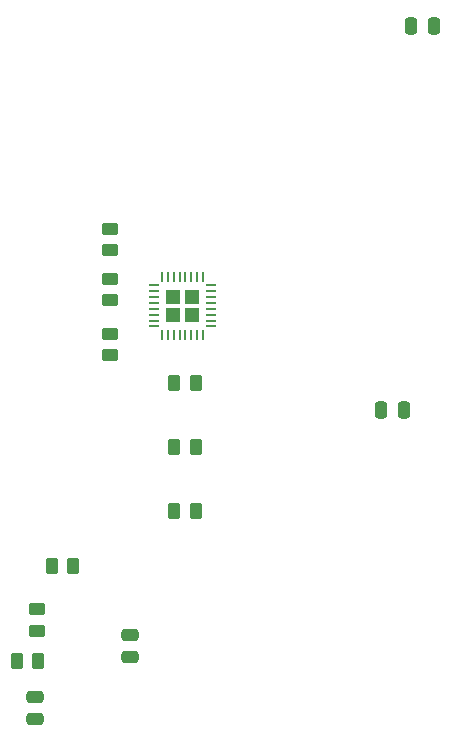
<source format=gbr>
%TF.GenerationSoftware,KiCad,Pcbnew,9.0.5*%
%TF.CreationDate,2025-10-05T20:42:35-05:00*%
%TF.ProjectId,ATO-Encoder-PCB,41544f2d-456e-4636-9f64-65722d504342,rev?*%
%TF.SameCoordinates,Original*%
%TF.FileFunction,Paste,Bot*%
%TF.FilePolarity,Positive*%
%FSLAX46Y46*%
G04 Gerber Fmt 4.6, Leading zero omitted, Abs format (unit mm)*
G04 Created by KiCad (PCBNEW 9.0.5) date 2025-10-05 20:42:35*
%MOMM*%
%LPD*%
G01*
G04 APERTURE LIST*
G04 Aperture macros list*
%AMRoundRect*
0 Rectangle with rounded corners*
0 $1 Rounding radius*
0 $2 $3 $4 $5 $6 $7 $8 $9 X,Y pos of 4 corners*
0 Add a 4 corners polygon primitive as box body*
4,1,4,$2,$3,$4,$5,$6,$7,$8,$9,$2,$3,0*
0 Add four circle primitives for the rounded corners*
1,1,$1+$1,$2,$3*
1,1,$1+$1,$4,$5*
1,1,$1+$1,$6,$7*
1,1,$1+$1,$8,$9*
0 Add four rect primitives between the rounded corners*
20,1,$1+$1,$2,$3,$4,$5,0*
20,1,$1+$1,$4,$5,$6,$7,0*
20,1,$1+$1,$6,$7,$8,$9,0*
20,1,$1+$1,$8,$9,$2,$3,0*%
%AMFreePoly0*
4,1,14,0.106694,0.394194,0.125000,0.350000,0.125000,-0.350000,0.106694,-0.394194,0.062500,-0.412500,-0.062500,-0.412500,-0.106694,-0.394194,-0.125000,-0.350000,-0.125000,0.296612,-0.106694,0.340806,-0.053306,0.394194,-0.009112,0.412500,0.062500,0.412500,0.106694,0.394194,0.106694,0.394194,$1*%
%AMFreePoly1*
4,1,14,0.053306,0.394194,0.106694,0.340806,0.125000,0.296612,0.125000,-0.350000,0.106694,-0.394194,0.062500,-0.412500,-0.062500,-0.412500,-0.106694,-0.394194,-0.125000,-0.350000,-0.125000,0.350000,-0.106694,0.394194,-0.062500,0.412500,0.009112,0.412500,0.053306,0.394194,0.053306,0.394194,$1*%
%AMFreePoly2*
4,1,14,0.394194,0.106694,0.412500,0.062500,0.412500,-0.062500,0.394194,-0.106694,0.350000,-0.125000,-0.296612,-0.125000,-0.340806,-0.106694,-0.394194,-0.053306,-0.412500,-0.009112,-0.412500,0.062500,-0.394194,0.106694,-0.350000,0.125000,0.350000,0.125000,0.394194,0.106694,0.394194,0.106694,$1*%
%AMFreePoly3*
4,1,14,0.394194,0.106694,0.412500,0.062500,0.412500,-0.062500,0.394194,-0.106694,0.350000,-0.125000,-0.350000,-0.125000,-0.394194,-0.106694,-0.412500,-0.062500,-0.412500,0.009112,-0.394194,0.053306,-0.340806,0.106694,-0.296612,0.125000,0.350000,0.125000,0.394194,0.106694,0.394194,0.106694,$1*%
%AMFreePoly4*
4,1,14,0.106694,0.394194,0.125000,0.350000,0.125000,-0.296612,0.106694,-0.340806,0.053306,-0.394194,0.009112,-0.412500,-0.062500,-0.412500,-0.106694,-0.394194,-0.125000,-0.350000,-0.125000,0.350000,-0.106694,0.394194,-0.062500,0.412500,0.062500,0.412500,0.106694,0.394194,0.106694,0.394194,$1*%
%AMFreePoly5*
4,1,14,0.106694,0.394194,0.125000,0.350000,0.125000,-0.350000,0.106694,-0.394194,0.062500,-0.412500,-0.009112,-0.412500,-0.053306,-0.394194,-0.106694,-0.340806,-0.125000,-0.296612,-0.125000,0.350000,-0.106694,0.394194,-0.062500,0.412500,0.062500,0.412500,0.106694,0.394194,0.106694,0.394194,$1*%
%AMFreePoly6*
4,1,14,0.340806,0.106694,0.394194,0.053306,0.412500,0.009112,0.412500,-0.062500,0.394194,-0.106694,0.350000,-0.125000,-0.350000,-0.125000,-0.394194,-0.106694,-0.412500,-0.062500,-0.412500,0.062500,-0.394194,0.106694,-0.350000,0.125000,0.296612,0.125000,0.340806,0.106694,0.340806,0.106694,$1*%
%AMFreePoly7*
4,1,14,0.394194,0.106694,0.412500,0.062500,0.412500,-0.009112,0.394194,-0.053306,0.340806,-0.106694,0.296612,-0.125000,-0.350000,-0.125000,-0.394194,-0.106694,-0.412500,-0.062500,-0.412500,0.062500,-0.394194,0.106694,-0.350000,0.125000,0.350000,0.125000,0.394194,0.106694,0.394194,0.106694,$1*%
G04 Aperture macros list end*
%ADD10RoundRect,0.250000X0.250000X0.475000X-0.250000X0.475000X-0.250000X-0.475000X0.250000X-0.475000X0*%
%ADD11RoundRect,0.250000X-0.250000X-0.475000X0.250000X-0.475000X0.250000X0.475000X-0.250000X0.475000X0*%
%ADD12RoundRect,0.250000X0.262500X0.450000X-0.262500X0.450000X-0.262500X-0.450000X0.262500X-0.450000X0*%
%ADD13FreePoly0,270.000000*%
%ADD14RoundRect,0.062500X-0.350000X0.062500X-0.350000X-0.062500X0.350000X-0.062500X0.350000X0.062500X0*%
%ADD15FreePoly1,270.000000*%
%ADD16FreePoly2,270.000000*%
%ADD17RoundRect,0.062500X-0.062500X0.350000X-0.062500X-0.350000X0.062500X-0.350000X0.062500X0.350000X0*%
%ADD18FreePoly3,270.000000*%
%ADD19FreePoly4,270.000000*%
%ADD20FreePoly5,270.000000*%
%ADD21FreePoly6,270.000000*%
%ADD22FreePoly7,270.000000*%
%ADD23RoundRect,0.250000X-0.375000X0.375000X-0.375000X-0.375000X0.375000X-0.375000X0.375000X0.375000X0*%
%ADD24RoundRect,0.250000X0.475000X-0.250000X0.475000X0.250000X-0.475000X0.250000X-0.475000X-0.250000X0*%
%ADD25RoundRect,0.250000X-0.475000X0.250000X-0.475000X-0.250000X0.475000X-0.250000X0.475000X0.250000X0*%
%ADD26RoundRect,0.250000X0.450000X-0.262500X0.450000X0.262500X-0.450000X0.262500X-0.450000X-0.262500X0*%
%ADD27RoundRect,0.250000X-0.450000X0.262500X-0.450000X-0.262500X0.450000X-0.262500X0.450000X0.262500X0*%
%ADD28RoundRect,0.250000X-0.262500X-0.450000X0.262500X-0.450000X0.262500X0.450000X-0.262500X0.450000X0*%
G04 APERTURE END LIST*
D10*
%TO.C,C3*%
X170450000Y-88250000D03*
X168550000Y-88250000D03*
%TD*%
D11*
%TO.C,C4*%
X171100000Y-55750000D03*
X173000000Y-55750000D03*
%TD*%
D12*
%TO.C,R9*%
X151000000Y-96800000D03*
X152825000Y-96800000D03*
%TD*%
%TO.C,R6*%
X151000000Y-91400000D03*
X152825000Y-91400000D03*
%TD*%
%TO.C,R4*%
X151000000Y-86000000D03*
X152825000Y-86000000D03*
%TD*%
D13*
%TO.C,U1*%
X149275427Y-77678453D03*
D14*
X149275427Y-78178453D03*
X149275427Y-78678453D03*
X149275427Y-79178453D03*
X149275427Y-79678453D03*
X149275427Y-80178453D03*
X149275427Y-80678453D03*
D15*
X149275427Y-81178453D03*
D16*
X149962927Y-81865953D03*
D17*
X150462927Y-81865953D03*
X150962927Y-81865953D03*
X151462927Y-81865953D03*
X151962927Y-81865953D03*
X152462927Y-81865953D03*
X152962927Y-81865953D03*
D18*
X153462927Y-81865953D03*
D19*
X154150427Y-81178453D03*
D14*
X154150427Y-80678453D03*
X154150427Y-80178453D03*
X154150427Y-79678453D03*
X154150427Y-79178453D03*
X154150427Y-78678453D03*
X154150427Y-78178453D03*
D20*
X154150427Y-77678453D03*
D21*
X153462927Y-76990953D03*
D17*
X152962927Y-76990953D03*
X152462927Y-76990953D03*
X151962927Y-76990953D03*
X151462927Y-76990953D03*
X150962927Y-76990953D03*
X150462927Y-76990953D03*
D22*
X149962927Y-76990953D03*
D23*
X150937927Y-80203453D03*
X152487927Y-80203453D03*
X150937927Y-78653453D03*
X152487927Y-78653453D03*
%TD*%
D24*
%TO.C,C2*%
X139239618Y-114450424D03*
X139239618Y-112550424D03*
%TD*%
D25*
%TO.C,C1*%
X147258300Y-107284127D03*
X147258300Y-109184127D03*
%TD*%
D26*
%TO.C,R8*%
X139358300Y-106934127D03*
X139358300Y-105109127D03*
%TD*%
%TO.C,R2*%
X145562635Y-77141425D03*
X145562635Y-78966425D03*
%TD*%
D12*
%TO.C,R5*%
X142458300Y-101484127D03*
X140633300Y-101484127D03*
%TD*%
D27*
%TO.C,R1*%
X145537380Y-83612306D03*
X145537380Y-81787306D03*
%TD*%
D28*
%TO.C,R7*%
X137683300Y-109484127D03*
X139508300Y-109484127D03*
%TD*%
D27*
%TO.C,R3*%
X145562635Y-74741425D03*
X145562635Y-72916425D03*
%TD*%
M02*

</source>
